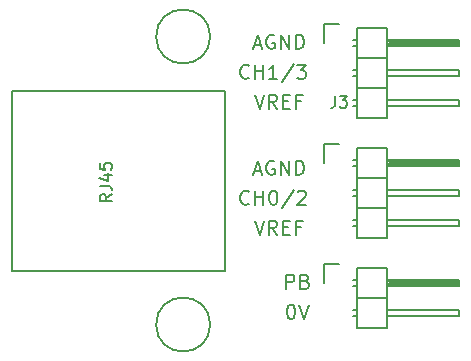
<source format=gbr>
G04 #@! TF.GenerationSoftware,KiCad,Pcbnew,(5.1.2-1)-1*
G04 #@! TF.CreationDate,2019-05-30T18:56:24+02:00*
G04 #@! TF.ProjectId,BBC Joystick Connector,42424320-4a6f-4797-9374-69636b20436f,rev?*
G04 #@! TF.SameCoordinates,Original*
G04 #@! TF.FileFunction,Legend,Top*
G04 #@! TF.FilePolarity,Positive*
%FSLAX46Y46*%
G04 Gerber Fmt 4.6, Leading zero omitted, Abs format (unit mm)*
G04 Created by KiCad (PCBNEW (5.1.2-1)-1) date 2019-05-30 18:56:24*
%MOMM*%
%LPD*%
G04 APERTURE LIST*
%ADD10C,0.200000*%
%ADD11C,0.150000*%
G04 APERTURE END LIST*
D10*
X143192571Y-58778857D02*
X143306857Y-58778857D01*
X143421142Y-58836000D01*
X143478285Y-58893142D01*
X143535428Y-59007428D01*
X143592571Y-59236000D01*
X143592571Y-59521714D01*
X143535428Y-59750285D01*
X143478285Y-59864571D01*
X143421142Y-59921714D01*
X143306857Y-59978857D01*
X143192571Y-59978857D01*
X143078285Y-59921714D01*
X143021142Y-59864571D01*
X142964000Y-59750285D01*
X142906857Y-59521714D01*
X142906857Y-59236000D01*
X142964000Y-59007428D01*
X143021142Y-58893142D01*
X143078285Y-58836000D01*
X143192571Y-58778857D01*
X143935428Y-58778857D02*
X144335428Y-59978857D01*
X144735428Y-58778857D01*
X142849714Y-57438857D02*
X142849714Y-56238857D01*
X143306857Y-56238857D01*
X143421142Y-56296000D01*
X143478285Y-56353142D01*
X143535428Y-56467428D01*
X143535428Y-56638857D01*
X143478285Y-56753142D01*
X143421142Y-56810285D01*
X143306857Y-56867428D01*
X142849714Y-56867428D01*
X144449714Y-56810285D02*
X144621142Y-56867428D01*
X144678285Y-56924571D01*
X144735428Y-57038857D01*
X144735428Y-57210285D01*
X144678285Y-57324571D01*
X144621142Y-57381714D01*
X144506857Y-57438857D01*
X144049714Y-57438857D01*
X144049714Y-56238857D01*
X144449714Y-56238857D01*
X144564000Y-56296000D01*
X144621142Y-56353142D01*
X144678285Y-56467428D01*
X144678285Y-56581714D01*
X144621142Y-56696000D01*
X144564000Y-56753142D01*
X144449714Y-56810285D01*
X144049714Y-56810285D01*
X139703428Y-50212571D02*
X139646285Y-50269714D01*
X139474857Y-50326857D01*
X139360571Y-50326857D01*
X139189142Y-50269714D01*
X139074857Y-50155428D01*
X139017714Y-50041142D01*
X138960571Y-49812571D01*
X138960571Y-49641142D01*
X139017714Y-49412571D01*
X139074857Y-49298285D01*
X139189142Y-49184000D01*
X139360571Y-49126857D01*
X139474857Y-49126857D01*
X139646285Y-49184000D01*
X139703428Y-49241142D01*
X140217714Y-50326857D02*
X140217714Y-49126857D01*
X140217714Y-49698285D02*
X140903428Y-49698285D01*
X140903428Y-50326857D02*
X140903428Y-49126857D01*
X141703428Y-49126857D02*
X141817714Y-49126857D01*
X141932000Y-49184000D01*
X141989142Y-49241142D01*
X142046285Y-49355428D01*
X142103428Y-49584000D01*
X142103428Y-49869714D01*
X142046285Y-50098285D01*
X141989142Y-50212571D01*
X141932000Y-50269714D01*
X141817714Y-50326857D01*
X141703428Y-50326857D01*
X141589142Y-50269714D01*
X141532000Y-50212571D01*
X141474857Y-50098285D01*
X141417714Y-49869714D01*
X141417714Y-49584000D01*
X141474857Y-49355428D01*
X141532000Y-49241142D01*
X141589142Y-49184000D01*
X141703428Y-49126857D01*
X143474857Y-49069714D02*
X142446285Y-50612571D01*
X143817714Y-49241142D02*
X143874857Y-49184000D01*
X143989142Y-49126857D01*
X144274857Y-49126857D01*
X144389142Y-49184000D01*
X144446285Y-49241142D01*
X144503428Y-49355428D01*
X144503428Y-49469714D01*
X144446285Y-49641142D01*
X143760571Y-50326857D01*
X144503428Y-50326857D01*
X139703428Y-39544571D02*
X139646285Y-39601714D01*
X139474857Y-39658857D01*
X139360571Y-39658857D01*
X139189142Y-39601714D01*
X139074857Y-39487428D01*
X139017714Y-39373142D01*
X138960571Y-39144571D01*
X138960571Y-38973142D01*
X139017714Y-38744571D01*
X139074857Y-38630285D01*
X139189142Y-38516000D01*
X139360571Y-38458857D01*
X139474857Y-38458857D01*
X139646285Y-38516000D01*
X139703428Y-38573142D01*
X140217714Y-39658857D02*
X140217714Y-38458857D01*
X140217714Y-39030285D02*
X140903428Y-39030285D01*
X140903428Y-39658857D02*
X140903428Y-38458857D01*
X142103428Y-39658857D02*
X141417714Y-39658857D01*
X141760571Y-39658857D02*
X141760571Y-38458857D01*
X141646285Y-38630285D01*
X141532000Y-38744571D01*
X141417714Y-38801714D01*
X143474857Y-38401714D02*
X142446285Y-39944571D01*
X143760571Y-38458857D02*
X144503428Y-38458857D01*
X144103428Y-38916000D01*
X144274857Y-38916000D01*
X144389142Y-38973142D01*
X144446285Y-39030285D01*
X144503428Y-39144571D01*
X144503428Y-39430285D01*
X144446285Y-39544571D01*
X144389142Y-39601714D01*
X144274857Y-39658857D01*
X143932000Y-39658857D01*
X143817714Y-39601714D01*
X143760571Y-39544571D01*
X140182857Y-40998857D02*
X140582857Y-42198857D01*
X140982857Y-40998857D01*
X142068571Y-42198857D02*
X141668571Y-41627428D01*
X141382857Y-42198857D02*
X141382857Y-40998857D01*
X141840000Y-40998857D01*
X141954285Y-41056000D01*
X142011428Y-41113142D01*
X142068571Y-41227428D01*
X142068571Y-41398857D01*
X142011428Y-41513142D01*
X141954285Y-41570285D01*
X141840000Y-41627428D01*
X141382857Y-41627428D01*
X142582857Y-41570285D02*
X142982857Y-41570285D01*
X143154285Y-42198857D02*
X142582857Y-42198857D01*
X142582857Y-40998857D01*
X143154285Y-40998857D01*
X144068571Y-41570285D02*
X143668571Y-41570285D01*
X143668571Y-42198857D02*
X143668571Y-40998857D01*
X144240000Y-40998857D01*
X140182857Y-51666857D02*
X140582857Y-52866857D01*
X140982857Y-51666857D01*
X142068571Y-52866857D02*
X141668571Y-52295428D01*
X141382857Y-52866857D02*
X141382857Y-51666857D01*
X141840000Y-51666857D01*
X141954285Y-51724000D01*
X142011428Y-51781142D01*
X142068571Y-51895428D01*
X142068571Y-52066857D01*
X142011428Y-52181142D01*
X141954285Y-52238285D01*
X141840000Y-52295428D01*
X141382857Y-52295428D01*
X142582857Y-52238285D02*
X142982857Y-52238285D01*
X143154285Y-52866857D02*
X142582857Y-52866857D01*
X142582857Y-51666857D01*
X143154285Y-51666857D01*
X144068571Y-52238285D02*
X143668571Y-52238285D01*
X143668571Y-52866857D02*
X143668571Y-51666857D01*
X144240000Y-51666857D01*
X140125714Y-47444000D02*
X140697142Y-47444000D01*
X140011428Y-47786857D02*
X140411428Y-46586857D01*
X140811428Y-47786857D01*
X141840000Y-46644000D02*
X141725714Y-46586857D01*
X141554285Y-46586857D01*
X141382857Y-46644000D01*
X141268571Y-46758285D01*
X141211428Y-46872571D01*
X141154285Y-47101142D01*
X141154285Y-47272571D01*
X141211428Y-47501142D01*
X141268571Y-47615428D01*
X141382857Y-47729714D01*
X141554285Y-47786857D01*
X141668571Y-47786857D01*
X141840000Y-47729714D01*
X141897142Y-47672571D01*
X141897142Y-47272571D01*
X141668571Y-47272571D01*
X142411428Y-47786857D02*
X142411428Y-46586857D01*
X143097142Y-47786857D01*
X143097142Y-46586857D01*
X143668571Y-47786857D02*
X143668571Y-46586857D01*
X143954285Y-46586857D01*
X144125714Y-46644000D01*
X144240000Y-46758285D01*
X144297142Y-46872571D01*
X144354285Y-47101142D01*
X144354285Y-47272571D01*
X144297142Y-47501142D01*
X144240000Y-47615428D01*
X144125714Y-47729714D01*
X143954285Y-47786857D01*
X143668571Y-47786857D01*
X140125714Y-36776000D02*
X140697142Y-36776000D01*
X140011428Y-37118857D02*
X140411428Y-35918857D01*
X140811428Y-37118857D01*
X141840000Y-35976000D02*
X141725714Y-35918857D01*
X141554285Y-35918857D01*
X141382857Y-35976000D01*
X141268571Y-36090285D01*
X141211428Y-36204571D01*
X141154285Y-36433142D01*
X141154285Y-36604571D01*
X141211428Y-36833142D01*
X141268571Y-36947428D01*
X141382857Y-37061714D01*
X141554285Y-37118857D01*
X141668571Y-37118857D01*
X141840000Y-37061714D01*
X141897142Y-37004571D01*
X141897142Y-36604571D01*
X141668571Y-36604571D01*
X142411428Y-37118857D02*
X142411428Y-35918857D01*
X143097142Y-37118857D01*
X143097142Y-35918857D01*
X143668571Y-37118857D02*
X143668571Y-35918857D01*
X143954285Y-35918857D01*
X144125714Y-35976000D01*
X144240000Y-36090285D01*
X144297142Y-36204571D01*
X144354285Y-36433142D01*
X144354285Y-36604571D01*
X144297142Y-36833142D01*
X144240000Y-36947428D01*
X144125714Y-37061714D01*
X143954285Y-37118857D01*
X143668571Y-37118857D01*
D11*
X136398000Y-60452000D02*
G75*
G03X136398000Y-60452000I-2286000J0D01*
G01*
X136398000Y-36068000D02*
G75*
G03X136398000Y-36068000I-2286000J0D01*
G01*
X148844000Y-55626000D02*
X148844000Y-58166000D01*
X148844000Y-58166000D02*
X151384000Y-58166000D01*
X151384000Y-56642000D02*
X157480000Y-56642000D01*
X157480000Y-56642000D02*
X157480000Y-57150000D01*
X157480000Y-57150000D02*
X151384000Y-57150000D01*
X151384000Y-58166000D02*
X151384000Y-55626000D01*
X151384000Y-60706000D02*
X151384000Y-58166000D01*
X157480000Y-59690000D02*
X151384000Y-59690000D01*
X157480000Y-59182000D02*
X157480000Y-59690000D01*
X151384000Y-59182000D02*
X157480000Y-59182000D01*
X148844000Y-60706000D02*
X151384000Y-60706000D01*
X148844000Y-58166000D02*
X148844000Y-60706000D01*
X148844000Y-58166000D02*
X151384000Y-58166000D01*
X148844000Y-55626000D02*
X151384000Y-55626000D01*
X148844000Y-59690000D02*
X148463000Y-59690000D01*
X148844000Y-59182000D02*
X148463000Y-59182000D01*
X148844000Y-57150000D02*
X148463000Y-57150000D01*
X148844000Y-56642000D02*
X148463000Y-56642000D01*
X151511000Y-56896000D02*
X157353000Y-56896000D01*
X151511000Y-57023000D02*
X151511000Y-56896000D01*
X157353000Y-57023000D02*
X151511000Y-57023000D01*
X157353000Y-56769000D02*
X157353000Y-57023000D01*
X151511000Y-56769000D02*
X157353000Y-56769000D01*
X147320000Y-55346000D02*
X146020000Y-55346000D01*
X146020000Y-55346000D02*
X146020000Y-56896000D01*
X148844000Y-53086000D02*
X151384000Y-53086000D01*
X148844000Y-48006000D02*
X151384000Y-48006000D01*
X148844000Y-48006000D02*
X148844000Y-50546000D01*
X148844000Y-50546000D02*
X151384000Y-50546000D01*
X151384000Y-49022000D02*
X157480000Y-49022000D01*
X157480000Y-49022000D02*
X157480000Y-49530000D01*
X157480000Y-49530000D02*
X151384000Y-49530000D01*
X151384000Y-50546000D02*
X151384000Y-48006000D01*
X151384000Y-53086000D02*
X151384000Y-50546000D01*
X157480000Y-52070000D02*
X151384000Y-52070000D01*
X157480000Y-51562000D02*
X157480000Y-52070000D01*
X151384000Y-51562000D02*
X157480000Y-51562000D01*
X148844000Y-50546000D02*
X148844000Y-53086000D01*
X148844000Y-50546000D02*
X151384000Y-50546000D01*
X148844000Y-45466000D02*
X151384000Y-45466000D01*
X148844000Y-45466000D02*
X148844000Y-48006000D01*
X148844000Y-48006000D02*
X151384000Y-48006000D01*
X151384000Y-46482000D02*
X157480000Y-46482000D01*
X157480000Y-46482000D02*
X157480000Y-46990000D01*
X157480000Y-46990000D02*
X151384000Y-46990000D01*
X151384000Y-48006000D02*
X151384000Y-45466000D01*
X148844000Y-52070000D02*
X148463000Y-52070000D01*
X148844000Y-51562000D02*
X148463000Y-51562000D01*
X148844000Y-49530000D02*
X148463000Y-49530000D01*
X148844000Y-49022000D02*
X148463000Y-49022000D01*
X148844000Y-46990000D02*
X148463000Y-46990000D01*
X148844000Y-46482000D02*
X148463000Y-46482000D01*
X151511000Y-46736000D02*
X157353000Y-46736000D01*
X151511000Y-46863000D02*
X151511000Y-46736000D01*
X157353000Y-46863000D02*
X151511000Y-46863000D01*
X157353000Y-46609000D02*
X157353000Y-46863000D01*
X151511000Y-46609000D02*
X157353000Y-46609000D01*
X147320000Y-45186000D02*
X146020000Y-45186000D01*
X146020000Y-45186000D02*
X146020000Y-46736000D01*
X148844000Y-42926000D02*
X151384000Y-42926000D01*
X148844000Y-37846000D02*
X151384000Y-37846000D01*
X148844000Y-37846000D02*
X148844000Y-40386000D01*
X148844000Y-40386000D02*
X151384000Y-40386000D01*
X151384000Y-38862000D02*
X157480000Y-38862000D01*
X157480000Y-38862000D02*
X157480000Y-39370000D01*
X157480000Y-39370000D02*
X151384000Y-39370000D01*
X151384000Y-40386000D02*
X151384000Y-37846000D01*
X151384000Y-42926000D02*
X151384000Y-40386000D01*
X157480000Y-41910000D02*
X151384000Y-41910000D01*
X157480000Y-41402000D02*
X157480000Y-41910000D01*
X151384000Y-41402000D02*
X157480000Y-41402000D01*
X148844000Y-40386000D02*
X148844000Y-42926000D01*
X148844000Y-40386000D02*
X151384000Y-40386000D01*
X148844000Y-35306000D02*
X151384000Y-35306000D01*
X148844000Y-35306000D02*
X148844000Y-37846000D01*
X148844000Y-37846000D02*
X151384000Y-37846000D01*
X151384000Y-36322000D02*
X157480000Y-36322000D01*
X157480000Y-36322000D02*
X157480000Y-36830000D01*
X157480000Y-36830000D02*
X151384000Y-36830000D01*
X151384000Y-37846000D02*
X151384000Y-35306000D01*
X148844000Y-41910000D02*
X148463000Y-41910000D01*
X148844000Y-41402000D02*
X148463000Y-41402000D01*
X148844000Y-39370000D02*
X148463000Y-39370000D01*
X148844000Y-38862000D02*
X148463000Y-38862000D01*
X148844000Y-36830000D02*
X148463000Y-36830000D01*
X148844000Y-36322000D02*
X148463000Y-36322000D01*
X151511000Y-36576000D02*
X157353000Y-36576000D01*
X151511000Y-36703000D02*
X151511000Y-36576000D01*
X157353000Y-36703000D02*
X151511000Y-36703000D01*
X157353000Y-36449000D02*
X157353000Y-36703000D01*
X151511000Y-36449000D02*
X157353000Y-36449000D01*
X147320000Y-35026000D02*
X146020000Y-35026000D01*
X146020000Y-35026000D02*
X146020000Y-36576000D01*
X137668000Y-40640000D02*
X119634000Y-40640000D01*
X137668000Y-55880000D02*
X137668000Y-40640000D01*
X119634000Y-55880000D02*
X137668000Y-55880000D01*
X119634000Y-40640000D02*
X119634000Y-55880000D01*
X146986666Y-41088380D02*
X146986666Y-41802666D01*
X146939047Y-41945523D01*
X146843809Y-42040761D01*
X146700952Y-42088380D01*
X146605714Y-42088380D01*
X147367619Y-41088380D02*
X147986666Y-41088380D01*
X147653333Y-41469333D01*
X147796190Y-41469333D01*
X147891428Y-41516952D01*
X147939047Y-41564571D01*
X147986666Y-41659809D01*
X147986666Y-41897904D01*
X147939047Y-41993142D01*
X147891428Y-42040761D01*
X147796190Y-42088380D01*
X147510476Y-42088380D01*
X147415238Y-42040761D01*
X147367619Y-41993142D01*
X128061980Y-49426049D02*
X127585790Y-49759382D01*
X128061980Y-49997478D02*
X127061980Y-49997478D01*
X127061980Y-49616525D01*
X127109600Y-49521287D01*
X127157219Y-49473668D01*
X127252457Y-49426049D01*
X127395314Y-49426049D01*
X127490552Y-49473668D01*
X127538171Y-49521287D01*
X127585790Y-49616525D01*
X127585790Y-49997478D01*
X127061980Y-48711763D02*
X127776266Y-48711763D01*
X127919123Y-48759382D01*
X128014361Y-48854620D01*
X128061980Y-48997478D01*
X128061980Y-49092716D01*
X127395314Y-47807001D02*
X128061980Y-47807001D01*
X127014361Y-48045097D02*
X127728647Y-48283192D01*
X127728647Y-47664144D01*
X127061980Y-46807001D02*
X127061980Y-47283192D01*
X127538171Y-47330811D01*
X127490552Y-47283192D01*
X127442933Y-47187954D01*
X127442933Y-46949859D01*
X127490552Y-46854620D01*
X127538171Y-46807001D01*
X127633409Y-46759382D01*
X127871504Y-46759382D01*
X127966742Y-46807001D01*
X128014361Y-46854620D01*
X128061980Y-46949859D01*
X128061980Y-47187954D01*
X128014361Y-47283192D01*
X127966742Y-47330811D01*
M02*

</source>
